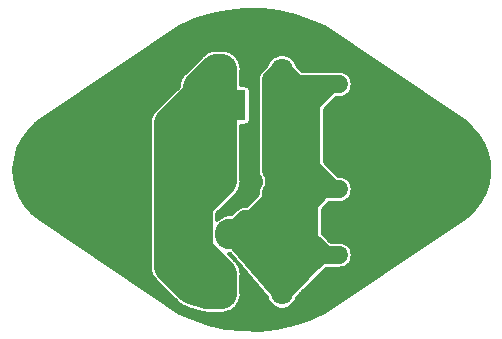
<source format=gbr>
G04 #@! TF.GenerationSoftware,KiCad,Pcbnew,(5.1.2)-1*
G04 #@! TF.CreationDate,2020-04-06T18:09:32-04:00*
G04 #@! TF.ProjectId,LM323K,4c4d3332-334b-42e6-9b69-6361645f7063,rev?*
G04 #@! TF.SameCoordinates,Original*
G04 #@! TF.FileFunction,Copper,L1,Top*
G04 #@! TF.FilePolarity,Positive*
%FSLAX46Y46*%
G04 Gerber Fmt 4.6, Leading zero omitted, Abs format (unit mm)*
G04 Created by KiCad (PCBNEW (5.1.2)-1) date 2020-04-06 18:09:32*
%MOMM*%
%LPD*%
G04 APERTURE LIST*
%ADD10C,0.100000*%
%ADD11C,1.150000*%
%ADD12R,2.600000X2.600000*%
%ADD13C,2.600000*%
%ADD14C,6.350000*%
%ADD15R,1.800000X1.800000*%
%ADD16C,1.800000*%
%ADD17C,3.000000*%
%ADD18C,0.800000*%
%ADD19C,1.500000*%
%ADD20C,2.500000*%
%ADD21C,0.234000*%
G04 APERTURE END LIST*
D10*
G36*
X103344505Y-49346204D02*
G01*
X103368773Y-49349804D01*
X103392572Y-49355765D01*
X103415671Y-49364030D01*
X103437850Y-49374520D01*
X103458893Y-49387132D01*
X103478599Y-49401747D01*
X103496777Y-49418223D01*
X103513253Y-49436401D01*
X103527868Y-49456107D01*
X103540480Y-49477150D01*
X103550970Y-49499329D01*
X103559235Y-49522428D01*
X103565196Y-49546227D01*
X103568796Y-49570495D01*
X103570000Y-49594999D01*
X103570000Y-50245001D01*
X103568796Y-50269505D01*
X103565196Y-50293773D01*
X103559235Y-50317572D01*
X103550970Y-50340671D01*
X103540480Y-50362850D01*
X103527868Y-50383893D01*
X103513253Y-50403599D01*
X103496777Y-50421777D01*
X103478599Y-50438253D01*
X103458893Y-50452868D01*
X103437850Y-50465480D01*
X103415671Y-50475970D01*
X103392572Y-50484235D01*
X103368773Y-50490196D01*
X103344505Y-50493796D01*
X103320001Y-50495000D01*
X102419999Y-50495000D01*
X102395495Y-50493796D01*
X102371227Y-50490196D01*
X102347428Y-50484235D01*
X102324329Y-50475970D01*
X102302150Y-50465480D01*
X102281107Y-50452868D01*
X102261401Y-50438253D01*
X102243223Y-50421777D01*
X102226747Y-50403599D01*
X102212132Y-50383893D01*
X102199520Y-50362850D01*
X102189030Y-50340671D01*
X102180765Y-50317572D01*
X102174804Y-50293773D01*
X102171204Y-50269505D01*
X102170000Y-50245001D01*
X102170000Y-49594999D01*
X102171204Y-49570495D01*
X102174804Y-49546227D01*
X102180765Y-49522428D01*
X102189030Y-49499329D01*
X102199520Y-49477150D01*
X102212132Y-49456107D01*
X102226747Y-49436401D01*
X102243223Y-49418223D01*
X102261401Y-49401747D01*
X102281107Y-49387132D01*
X102302150Y-49374520D01*
X102324329Y-49364030D01*
X102347428Y-49355765D01*
X102371227Y-49349804D01*
X102395495Y-49346204D01*
X102419999Y-49345000D01*
X103320001Y-49345000D01*
X103344505Y-49346204D01*
X103344505Y-49346204D01*
G37*
D11*
X102870000Y-49920000D03*
D10*
G36*
X103344505Y-47296204D02*
G01*
X103368773Y-47299804D01*
X103392572Y-47305765D01*
X103415671Y-47314030D01*
X103437850Y-47324520D01*
X103458893Y-47337132D01*
X103478599Y-47351747D01*
X103496777Y-47368223D01*
X103513253Y-47386401D01*
X103527868Y-47406107D01*
X103540480Y-47427150D01*
X103550970Y-47449329D01*
X103559235Y-47472428D01*
X103565196Y-47496227D01*
X103568796Y-47520495D01*
X103570000Y-47544999D01*
X103570000Y-48195001D01*
X103568796Y-48219505D01*
X103565196Y-48243773D01*
X103559235Y-48267572D01*
X103550970Y-48290671D01*
X103540480Y-48312850D01*
X103527868Y-48333893D01*
X103513253Y-48353599D01*
X103496777Y-48371777D01*
X103478599Y-48388253D01*
X103458893Y-48402868D01*
X103437850Y-48415480D01*
X103415671Y-48425970D01*
X103392572Y-48434235D01*
X103368773Y-48440196D01*
X103344505Y-48443796D01*
X103320001Y-48445000D01*
X102419999Y-48445000D01*
X102395495Y-48443796D01*
X102371227Y-48440196D01*
X102347428Y-48434235D01*
X102324329Y-48425970D01*
X102302150Y-48415480D01*
X102281107Y-48402868D01*
X102261401Y-48388253D01*
X102243223Y-48371777D01*
X102226747Y-48353599D01*
X102212132Y-48333893D01*
X102199520Y-48312850D01*
X102189030Y-48290671D01*
X102180765Y-48267572D01*
X102174804Y-48243773D01*
X102171204Y-48219505D01*
X102170000Y-48195001D01*
X102170000Y-47544999D01*
X102171204Y-47520495D01*
X102174804Y-47496227D01*
X102180765Y-47472428D01*
X102189030Y-47449329D01*
X102199520Y-47427150D01*
X102212132Y-47406107D01*
X102226747Y-47386401D01*
X102243223Y-47368223D01*
X102261401Y-47351747D01*
X102281107Y-47337132D01*
X102302150Y-47324520D01*
X102324329Y-47314030D01*
X102347428Y-47305765D01*
X102371227Y-47299804D01*
X102395495Y-47296204D01*
X102419999Y-47295000D01*
X103320001Y-47295000D01*
X103344505Y-47296204D01*
X103344505Y-47296204D01*
G37*
D11*
X102870000Y-47870000D03*
D10*
G36*
X103344505Y-56186204D02*
G01*
X103368773Y-56189804D01*
X103392572Y-56195765D01*
X103415671Y-56204030D01*
X103437850Y-56214520D01*
X103458893Y-56227132D01*
X103478599Y-56241747D01*
X103496777Y-56258223D01*
X103513253Y-56276401D01*
X103527868Y-56296107D01*
X103540480Y-56317150D01*
X103550970Y-56339329D01*
X103559235Y-56362428D01*
X103565196Y-56386227D01*
X103568796Y-56410495D01*
X103570000Y-56434999D01*
X103570000Y-57085001D01*
X103568796Y-57109505D01*
X103565196Y-57133773D01*
X103559235Y-57157572D01*
X103550970Y-57180671D01*
X103540480Y-57202850D01*
X103527868Y-57223893D01*
X103513253Y-57243599D01*
X103496777Y-57261777D01*
X103478599Y-57278253D01*
X103458893Y-57292868D01*
X103437850Y-57305480D01*
X103415671Y-57315970D01*
X103392572Y-57324235D01*
X103368773Y-57330196D01*
X103344505Y-57333796D01*
X103320001Y-57335000D01*
X102419999Y-57335000D01*
X102395495Y-57333796D01*
X102371227Y-57330196D01*
X102347428Y-57324235D01*
X102324329Y-57315970D01*
X102302150Y-57305480D01*
X102281107Y-57292868D01*
X102261401Y-57278253D01*
X102243223Y-57261777D01*
X102226747Y-57243599D01*
X102212132Y-57223893D01*
X102199520Y-57202850D01*
X102189030Y-57180671D01*
X102180765Y-57157572D01*
X102174804Y-57133773D01*
X102171204Y-57109505D01*
X102170000Y-57085001D01*
X102170000Y-56434999D01*
X102171204Y-56410495D01*
X102174804Y-56386227D01*
X102180765Y-56362428D01*
X102189030Y-56339329D01*
X102199520Y-56317150D01*
X102212132Y-56296107D01*
X102226747Y-56276401D01*
X102243223Y-56258223D01*
X102261401Y-56241747D01*
X102281107Y-56227132D01*
X102302150Y-56214520D01*
X102324329Y-56204030D01*
X102347428Y-56195765D01*
X102371227Y-56189804D01*
X102395495Y-56186204D01*
X102419999Y-56185000D01*
X103320001Y-56185000D01*
X103344505Y-56186204D01*
X103344505Y-56186204D01*
G37*
D11*
X102870000Y-56760000D03*
D10*
G36*
X103344505Y-58236204D02*
G01*
X103368773Y-58239804D01*
X103392572Y-58245765D01*
X103415671Y-58254030D01*
X103437850Y-58264520D01*
X103458893Y-58277132D01*
X103478599Y-58291747D01*
X103496777Y-58308223D01*
X103513253Y-58326401D01*
X103527868Y-58346107D01*
X103540480Y-58367150D01*
X103550970Y-58389329D01*
X103559235Y-58412428D01*
X103565196Y-58436227D01*
X103568796Y-58460495D01*
X103570000Y-58484999D01*
X103570000Y-59135001D01*
X103568796Y-59159505D01*
X103565196Y-59183773D01*
X103559235Y-59207572D01*
X103550970Y-59230671D01*
X103540480Y-59252850D01*
X103527868Y-59273893D01*
X103513253Y-59293599D01*
X103496777Y-59311777D01*
X103478599Y-59328253D01*
X103458893Y-59342868D01*
X103437850Y-59355480D01*
X103415671Y-59365970D01*
X103392572Y-59374235D01*
X103368773Y-59380196D01*
X103344505Y-59383796D01*
X103320001Y-59385000D01*
X102419999Y-59385000D01*
X102395495Y-59383796D01*
X102371227Y-59380196D01*
X102347428Y-59374235D01*
X102324329Y-59365970D01*
X102302150Y-59355480D01*
X102281107Y-59342868D01*
X102261401Y-59328253D01*
X102243223Y-59311777D01*
X102226747Y-59293599D01*
X102212132Y-59273893D01*
X102199520Y-59252850D01*
X102189030Y-59230671D01*
X102180765Y-59207572D01*
X102174804Y-59183773D01*
X102171204Y-59159505D01*
X102170000Y-59135001D01*
X102170000Y-58484999D01*
X102171204Y-58460495D01*
X102174804Y-58436227D01*
X102180765Y-58412428D01*
X102189030Y-58389329D01*
X102199520Y-58367150D01*
X102212132Y-58346107D01*
X102226747Y-58326401D01*
X102243223Y-58308223D01*
X102261401Y-58291747D01*
X102281107Y-58277132D01*
X102302150Y-58264520D01*
X102324329Y-58254030D01*
X102347428Y-58245765D01*
X102371227Y-58239804D01*
X102395495Y-58236204D01*
X102419999Y-58235000D01*
X103320001Y-58235000D01*
X103344505Y-58236204D01*
X103344505Y-58236204D01*
G37*
D11*
X102870000Y-58810000D03*
D10*
G36*
X103344505Y-63806204D02*
G01*
X103368773Y-63809804D01*
X103392572Y-63815765D01*
X103415671Y-63824030D01*
X103437850Y-63834520D01*
X103458893Y-63847132D01*
X103478599Y-63861747D01*
X103496777Y-63878223D01*
X103513253Y-63896401D01*
X103527868Y-63916107D01*
X103540480Y-63937150D01*
X103550970Y-63959329D01*
X103559235Y-63982428D01*
X103565196Y-64006227D01*
X103568796Y-64030495D01*
X103570000Y-64054999D01*
X103570000Y-64705001D01*
X103568796Y-64729505D01*
X103565196Y-64753773D01*
X103559235Y-64777572D01*
X103550970Y-64800671D01*
X103540480Y-64822850D01*
X103527868Y-64843893D01*
X103513253Y-64863599D01*
X103496777Y-64881777D01*
X103478599Y-64898253D01*
X103458893Y-64912868D01*
X103437850Y-64925480D01*
X103415671Y-64935970D01*
X103392572Y-64944235D01*
X103368773Y-64950196D01*
X103344505Y-64953796D01*
X103320001Y-64955000D01*
X102419999Y-64955000D01*
X102395495Y-64953796D01*
X102371227Y-64950196D01*
X102347428Y-64944235D01*
X102324329Y-64935970D01*
X102302150Y-64925480D01*
X102281107Y-64912868D01*
X102261401Y-64898253D01*
X102243223Y-64881777D01*
X102226747Y-64863599D01*
X102212132Y-64843893D01*
X102199520Y-64822850D01*
X102189030Y-64800671D01*
X102180765Y-64777572D01*
X102174804Y-64753773D01*
X102171204Y-64729505D01*
X102170000Y-64705001D01*
X102170000Y-64054999D01*
X102171204Y-64030495D01*
X102174804Y-64006227D01*
X102180765Y-63982428D01*
X102189030Y-63959329D01*
X102199520Y-63937150D01*
X102212132Y-63916107D01*
X102226747Y-63896401D01*
X102243223Y-63878223D01*
X102261401Y-63861747D01*
X102281107Y-63847132D01*
X102302150Y-63834520D01*
X102324329Y-63824030D01*
X102347428Y-63815765D01*
X102371227Y-63809804D01*
X102395495Y-63806204D01*
X102419999Y-63805000D01*
X103320001Y-63805000D01*
X103344505Y-63806204D01*
X103344505Y-63806204D01*
G37*
D11*
X102870000Y-64380000D03*
D10*
G36*
X103344505Y-65856204D02*
G01*
X103368773Y-65859804D01*
X103392572Y-65865765D01*
X103415671Y-65874030D01*
X103437850Y-65884520D01*
X103458893Y-65897132D01*
X103478599Y-65911747D01*
X103496777Y-65928223D01*
X103513253Y-65946401D01*
X103527868Y-65966107D01*
X103540480Y-65987150D01*
X103550970Y-66009329D01*
X103559235Y-66032428D01*
X103565196Y-66056227D01*
X103568796Y-66080495D01*
X103570000Y-66104999D01*
X103570000Y-66755001D01*
X103568796Y-66779505D01*
X103565196Y-66803773D01*
X103559235Y-66827572D01*
X103550970Y-66850671D01*
X103540480Y-66872850D01*
X103527868Y-66893893D01*
X103513253Y-66913599D01*
X103496777Y-66931777D01*
X103478599Y-66948253D01*
X103458893Y-66962868D01*
X103437850Y-66975480D01*
X103415671Y-66985970D01*
X103392572Y-66994235D01*
X103368773Y-67000196D01*
X103344505Y-67003796D01*
X103320001Y-67005000D01*
X102419999Y-67005000D01*
X102395495Y-67003796D01*
X102371227Y-67000196D01*
X102347428Y-66994235D01*
X102324329Y-66985970D01*
X102302150Y-66975480D01*
X102281107Y-66962868D01*
X102261401Y-66948253D01*
X102243223Y-66931777D01*
X102226747Y-66913599D01*
X102212132Y-66893893D01*
X102199520Y-66872850D01*
X102189030Y-66850671D01*
X102180765Y-66827572D01*
X102174804Y-66803773D01*
X102171204Y-66779505D01*
X102170000Y-66755001D01*
X102170000Y-66104999D01*
X102171204Y-66080495D01*
X102174804Y-66056227D01*
X102180765Y-66032428D01*
X102189030Y-66009329D01*
X102199520Y-65987150D01*
X102212132Y-65966107D01*
X102226747Y-65946401D01*
X102243223Y-65928223D01*
X102261401Y-65911747D01*
X102281107Y-65897132D01*
X102302150Y-65884520D01*
X102324329Y-65874030D01*
X102347428Y-65865765D01*
X102371227Y-65859804D01*
X102395495Y-65856204D01*
X102419999Y-65855000D01*
X103320001Y-65855000D01*
X103344505Y-65856204D01*
X103344505Y-65856204D01*
G37*
D11*
X102870000Y-66430000D03*
D12*
X93678330Y-51708226D03*
D13*
X93678330Y-62628226D03*
D14*
X80378330Y-57158226D03*
X110578330Y-57158226D03*
D15*
X92964000Y-48641000D03*
D16*
X95504000Y-48641000D03*
X98044000Y-48641000D03*
X98044000Y-58166000D03*
X95504000Y-58166000D03*
D15*
X92964000Y-58166000D03*
D16*
X98044000Y-67691000D03*
X95504000Y-67691000D03*
D15*
X92964000Y-67691000D03*
D17*
X106680000Y-50165000D03*
X106680000Y-64135000D03*
D18*
X102895400Y-66802000D03*
X102870000Y-56489600D03*
X102816727Y-47952707D03*
D19*
X100575000Y-57540000D02*
X100575000Y-51698000D01*
X101981000Y-50165000D02*
X100838000Y-51308000D01*
X101473000Y-58928000D02*
X100330000Y-60071000D01*
X94567330Y-61739226D02*
X98933000Y-66802000D01*
X93678330Y-62628226D02*
X98044000Y-67691000D01*
X100330000Y-58928000D02*
X100330000Y-63928000D01*
X98044000Y-48641000D02*
X98044000Y-62103000D01*
X97409000Y-50165000D02*
X97409000Y-63627000D01*
X98044000Y-48641000D02*
X99323000Y-49920000D01*
X98044000Y-58166000D02*
X98688000Y-58810000D01*
X101355000Y-64380000D02*
X102870000Y-64380000D01*
X93678330Y-62628226D02*
X96121774Y-62628226D01*
X101355000Y-64380000D02*
X101355000Y-64017000D01*
X99305000Y-58810000D02*
X98044000Y-60071000D01*
X99704000Y-58810000D02*
X99305000Y-58810000D01*
X98044000Y-60071000D02*
X98044000Y-58166000D01*
X98044000Y-60706000D02*
X98044000Y-60071000D01*
X98688000Y-58810000D02*
X99704000Y-58810000D01*
X98933000Y-59182000D02*
X99305000Y-58810000D01*
X98933000Y-61595000D02*
X98044000Y-60706000D01*
X98933000Y-59581000D02*
X99704000Y-58810000D01*
X98933000Y-60325000D02*
X98933000Y-59581000D01*
X98933000Y-60325000D02*
X98933000Y-59182000D01*
X98933000Y-61595000D02*
X98933000Y-60325000D01*
X98806000Y-61722000D02*
X98933000Y-61595000D01*
X97028000Y-61722000D02*
X98806000Y-61722000D01*
X97028000Y-61722000D02*
X98044000Y-60706000D01*
X96121774Y-62628226D02*
X97028000Y-61722000D01*
X100457000Y-63246000D02*
X100520500Y-63182500D01*
X100520500Y-63182500D02*
X98933000Y-61595000D01*
X101355000Y-64017000D02*
X100520500Y-63182500D01*
X100457000Y-65278000D02*
X101355000Y-64380000D01*
X98044000Y-67691000D02*
X100457000Y-65278000D01*
X94978329Y-61328227D02*
X95516773Y-61328227D01*
X93678330Y-62628226D02*
X94978329Y-61328227D01*
X95516773Y-61328227D02*
X97282000Y-59563000D01*
X97144001Y-59065999D02*
X98044000Y-58166000D01*
X97144001Y-59425001D02*
X97144001Y-59065999D01*
X97282000Y-59563000D02*
X97144001Y-59425001D01*
X96121774Y-62628226D02*
X98696226Y-62628226D01*
X100457000Y-65278000D02*
X100457000Y-64389000D01*
X100457000Y-64389000D02*
X100457000Y-63246000D01*
X99187000Y-65275208D02*
X99187000Y-63119000D01*
X98044000Y-66418208D02*
X99187000Y-65275208D01*
X98044000Y-67691000D02*
X98044000Y-66418208D01*
X98696226Y-62628226D02*
X99187000Y-63119000D01*
X99187000Y-63119000D02*
X100457000Y-64389000D01*
X96283226Y-62628226D02*
X98044000Y-64389000D01*
X96121774Y-62628226D02*
X96283226Y-62628226D01*
X98044000Y-67691000D02*
X98044000Y-64389000D01*
X98044000Y-64389000D02*
X98044000Y-58166000D01*
X99305000Y-49938000D02*
X99323000Y-49920000D01*
X102108000Y-58547000D02*
X100965000Y-57404000D01*
X100974000Y-58810000D02*
X100448000Y-58810000D01*
X99305000Y-58810000D02*
X99305000Y-57667000D01*
X100974000Y-58810000D02*
X102870000Y-58810000D01*
X99704000Y-58810000D02*
X100974000Y-58810000D01*
X99432000Y-51825000D02*
X101337000Y-49920000D01*
X99305000Y-51825000D02*
X99432000Y-51825000D01*
X101337000Y-49920000D02*
X102870000Y-49920000D01*
X99323000Y-49920000D02*
X101337000Y-49920000D01*
X99305000Y-51825000D02*
X99305000Y-49938000D01*
X99305000Y-57667000D02*
X99305000Y-51825000D01*
X97144001Y-57266001D02*
X97144001Y-56652999D01*
X98044000Y-58166000D02*
X97144001Y-57266001D01*
X97144001Y-56652999D02*
X97155000Y-56642000D01*
X97155000Y-56642000D02*
X97155000Y-50165000D01*
X97144001Y-49540999D02*
X98044000Y-48641000D01*
X97144001Y-50154001D02*
X97144001Y-49540999D01*
X97155000Y-50165000D02*
X97144001Y-50154001D01*
X96644208Y-46228000D02*
X100139166Y-46228000D01*
X95504000Y-48641000D02*
X95504000Y-47368208D01*
X95504000Y-47368208D02*
X96644208Y-46228000D01*
X100139166Y-46228000D02*
X102816727Y-47952707D01*
D20*
X88515329Y-58670329D02*
X88515329Y-53216671D01*
X90928329Y-55622329D02*
X90928329Y-50168671D01*
X90928329Y-60702329D02*
X90928329Y-55248671D01*
X92964000Y-52422556D02*
X93678330Y-51708226D01*
X92964000Y-58166000D02*
X92964000Y-52422556D01*
X92964000Y-50993896D02*
X92964000Y-48641000D01*
X93678330Y-51708226D02*
X92964000Y-50993896D01*
X92964000Y-48641000D02*
X92964000Y-58166000D01*
X90928329Y-60201671D02*
X92964000Y-58166000D01*
X92456000Y-48641000D02*
X90928329Y-50168671D01*
X92964000Y-48641000D02*
X92456000Y-48641000D01*
X90928329Y-50803671D02*
X88515329Y-53216671D01*
X90928329Y-50168671D02*
X90928329Y-50803671D01*
X92964000Y-65983898D02*
X90928329Y-63948227D01*
X92964000Y-67691000D02*
X92964000Y-65983898D01*
X90928329Y-63948227D02*
X90928329Y-62738000D01*
X90928329Y-62738000D02*
X90928329Y-62734329D01*
X90928329Y-62734329D02*
X90043000Y-61849000D01*
X90928329Y-60201671D02*
X90928329Y-62734329D01*
X90166329Y-60201671D02*
X90928329Y-60201671D01*
X88515329Y-58550671D02*
X90166329Y-60201671D01*
X90396624Y-67282624D02*
X88515329Y-65401329D01*
X92964000Y-67691000D02*
X91742960Y-67691000D01*
X91742960Y-67691000D02*
X90396624Y-67282624D01*
X88515329Y-62480329D02*
X88515329Y-63496329D01*
X88515329Y-62480329D02*
X88515329Y-58550671D01*
X88515329Y-65401329D02*
X88515329Y-62480329D01*
X88515329Y-63496329D02*
X90805000Y-65786000D01*
D21*
G36*
X96344888Y-43609217D02*
G01*
X97779757Y-43778017D01*
X99188553Y-44098332D01*
X100556751Y-44567024D01*
X101610974Y-45048785D01*
X113452748Y-53009642D01*
X114119007Y-53563021D01*
X114674142Y-54210987D01*
X115112165Y-54943224D01*
X115420550Y-55738789D01*
X115590483Y-56574951D01*
X115617103Y-57427780D01*
X115499648Y-58272912D01*
X115241479Y-59086163D01*
X114849977Y-59844288D01*
X114336333Y-60525615D01*
X113709472Y-61116086D01*
X113373313Y-61360212D01*
X101614411Y-69265357D01*
X100356939Y-69828101D01*
X98982961Y-70274785D01*
X97569298Y-70572934D01*
X96131958Y-70719174D01*
X94687222Y-70711849D01*
X93251433Y-70551040D01*
X91840870Y-70238571D01*
X90470088Y-69777504D01*
X89361711Y-69278439D01*
X77597662Y-61369836D01*
X76921697Y-60834308D01*
X76351730Y-60199342D01*
X75896903Y-59477428D01*
X75570209Y-58689196D01*
X75380997Y-57857193D01*
X75334673Y-57005203D01*
X75432563Y-56157589D01*
X75671867Y-55338586D01*
X76045744Y-54571607D01*
X76543502Y-53878593D01*
X77156546Y-53273793D01*
X77231496Y-53216671D01*
X86906584Y-53216671D01*
X86914330Y-53295316D01*
X86914329Y-58472035D01*
X86906584Y-58550671D01*
X86914329Y-58629306D01*
X86914329Y-58748974D01*
X86914330Y-58748983D01*
X86914329Y-62401683D01*
X86914329Y-63417694D01*
X86906584Y-63496329D01*
X86914329Y-63574964D01*
X86914329Y-63574975D01*
X86914330Y-63574981D01*
X86914329Y-65322693D01*
X86906584Y-65401329D01*
X86914329Y-65479964D01*
X86914329Y-65479974D01*
X86937495Y-65715179D01*
X87029041Y-66016968D01*
X87177706Y-66295099D01*
X87377774Y-66538884D01*
X87438865Y-66589020D01*
X89153065Y-68303221D01*
X89153069Y-68303227D01*
X89210356Y-68360512D01*
X89320157Y-68470313D01*
X89320179Y-68470331D01*
X89376073Y-68526223D01*
X89441773Y-68570120D01*
X89502853Y-68620247D01*
X89572572Y-68657513D01*
X89638296Y-68701426D01*
X89711287Y-68731658D01*
X89780982Y-68768911D01*
X89856639Y-68791861D01*
X89856651Y-68791866D01*
X89934742Y-68815553D01*
X90082773Y-68860457D01*
X90082786Y-68860458D01*
X91290014Y-69226640D01*
X91429109Y-69268834D01*
X91507782Y-69276583D01*
X91585309Y-69292002D01*
X91690432Y-69292000D01*
X92885354Y-69292000D01*
X92964000Y-69299746D01*
X93042645Y-69292000D01*
X93042646Y-69292000D01*
X93277851Y-69268834D01*
X93579640Y-69177288D01*
X93857771Y-69028623D01*
X93991032Y-68919259D01*
X93998972Y-68916850D01*
X94059949Y-68884258D01*
X94113395Y-68840395D01*
X94157258Y-68786949D01*
X94189850Y-68725972D01*
X94192259Y-68718032D01*
X94301623Y-68584771D01*
X94450288Y-68306640D01*
X94541834Y-68004851D01*
X94572746Y-67691000D01*
X94565000Y-67612354D01*
X94565000Y-66062544D01*
X94572746Y-65983898D01*
X94541834Y-65670047D01*
X94531481Y-65635917D01*
X94450288Y-65368258D01*
X94301623Y-65090127D01*
X94186717Y-64950113D01*
X94151689Y-64907431D01*
X94151686Y-64907428D01*
X94101555Y-64846343D01*
X94040469Y-64796211D01*
X93523484Y-64279226D01*
X93648191Y-64279226D01*
X96821953Y-67959771D01*
X96841075Y-68055903D01*
X96935378Y-68283571D01*
X97072285Y-68488466D01*
X97246534Y-68662715D01*
X97451429Y-68799622D01*
X97679097Y-68893925D01*
X97920787Y-68942000D01*
X98167213Y-68942000D01*
X98408903Y-68893925D01*
X98636571Y-68799622D01*
X98841466Y-68662715D01*
X99015715Y-68488466D01*
X99152622Y-68283571D01*
X99246925Y-68055903D01*
X99249602Y-68042447D01*
X99644419Y-67647630D01*
X99655479Y-67639843D01*
X99720983Y-67571065D01*
X101197282Y-66094767D01*
X101239291Y-66060291D01*
X101273771Y-66018277D01*
X101811049Y-65481000D01*
X102924085Y-65481000D01*
X103085834Y-65465069D01*
X103293373Y-65402113D01*
X103484642Y-65299877D01*
X103519505Y-65271266D01*
X103550643Y-65261820D01*
X103654842Y-65206125D01*
X103746172Y-65131172D01*
X103821125Y-65039842D01*
X103876820Y-64935643D01*
X103911117Y-64822581D01*
X103922698Y-64705001D01*
X103922698Y-64702547D01*
X103955069Y-64595834D01*
X103976327Y-64380000D01*
X103955069Y-64164166D01*
X103922698Y-64057453D01*
X103922698Y-64054999D01*
X103911117Y-63937419D01*
X103876820Y-63824357D01*
X103821125Y-63720158D01*
X103746172Y-63628828D01*
X103654842Y-63553875D01*
X103550643Y-63498180D01*
X103519505Y-63488734D01*
X103484642Y-63460123D01*
X103293373Y-63357887D01*
X103085834Y-63294931D01*
X102924085Y-63279000D01*
X102173640Y-63279000D01*
X102171768Y-63276719D01*
X102171766Y-63276717D01*
X102137291Y-63234709D01*
X102095282Y-63200233D01*
X101431000Y-62535952D01*
X101431000Y-60527048D01*
X102047049Y-59911000D01*
X102924085Y-59911000D01*
X103085834Y-59895069D01*
X103293373Y-59832113D01*
X103484642Y-59729877D01*
X103519505Y-59701266D01*
X103550643Y-59691820D01*
X103654842Y-59636125D01*
X103746172Y-59561172D01*
X103821125Y-59469842D01*
X103876820Y-59365643D01*
X103911117Y-59252581D01*
X103922698Y-59135001D01*
X103922698Y-59132547D01*
X103955069Y-59025834D01*
X103976327Y-58810000D01*
X103955069Y-58594166D01*
X103922698Y-58487453D01*
X103922698Y-58484999D01*
X103911117Y-58367419D01*
X103876820Y-58254357D01*
X103821125Y-58150158D01*
X103746172Y-58058828D01*
X103654842Y-57983875D01*
X103550643Y-57928180D01*
X103519505Y-57918734D01*
X103484642Y-57890123D01*
X103293373Y-57787887D01*
X103085834Y-57724931D01*
X102924085Y-57709000D01*
X102827049Y-57709000D01*
X101705280Y-56587232D01*
X101676000Y-56563203D01*
X101676000Y-52027048D01*
X102682049Y-51021000D01*
X102924085Y-51021000D01*
X103085834Y-51005069D01*
X103293373Y-50942113D01*
X103484642Y-50839877D01*
X103519505Y-50811266D01*
X103550643Y-50801820D01*
X103654842Y-50746125D01*
X103746172Y-50671172D01*
X103821125Y-50579842D01*
X103876820Y-50475643D01*
X103911117Y-50362581D01*
X103922698Y-50245001D01*
X103922698Y-50242547D01*
X103955069Y-50135834D01*
X103976327Y-49920000D01*
X103955069Y-49704166D01*
X103922698Y-49597453D01*
X103922698Y-49594999D01*
X103911117Y-49477419D01*
X103876820Y-49364357D01*
X103821125Y-49260158D01*
X103746172Y-49168828D01*
X103654842Y-49093875D01*
X103550643Y-49038180D01*
X103519505Y-49028734D01*
X103484642Y-49000123D01*
X103293373Y-48897887D01*
X103085834Y-48834931D01*
X102924085Y-48819000D01*
X101391075Y-48819000D01*
X101337000Y-48813674D01*
X101282925Y-48819000D01*
X99779049Y-48819000D01*
X99249602Y-48289553D01*
X99246925Y-48276097D01*
X99152622Y-48048429D01*
X99015715Y-47843534D01*
X98841466Y-47669285D01*
X98636571Y-47532378D01*
X98408903Y-47438075D01*
X98167213Y-47390000D01*
X97920787Y-47390000D01*
X97679097Y-47438075D01*
X97451429Y-47532378D01*
X97246534Y-47669285D01*
X97072285Y-47843534D01*
X96935378Y-48048429D01*
X96841075Y-48276097D01*
X96838398Y-48289553D01*
X96403719Y-48724233D01*
X96361711Y-48758708D01*
X96327236Y-48800716D01*
X96327233Y-48800719D01*
X96224124Y-48926358D01*
X96142037Y-49079932D01*
X96121889Y-49117626D01*
X96058932Y-49325165D01*
X96043001Y-49486914D01*
X96043001Y-49486924D01*
X96037675Y-49540999D01*
X96043001Y-49595074D01*
X96043001Y-50099926D01*
X96037675Y-50154001D01*
X96043001Y-50208076D01*
X96043001Y-50208085D01*
X96054001Y-50319769D01*
X96054000Y-56487240D01*
X96043001Y-56598914D01*
X96043001Y-56598924D01*
X96037675Y-56652999D01*
X96043001Y-56707074D01*
X96043001Y-57211926D01*
X96037675Y-57266001D01*
X96043001Y-57320076D01*
X96043001Y-57320085D01*
X96058932Y-57481834D01*
X96121888Y-57689373D01*
X96224124Y-57880643D01*
X96308001Y-57982847D01*
X96308001Y-58349154D01*
X96224124Y-58451358D01*
X96202313Y-58492163D01*
X96121888Y-58642626D01*
X96058932Y-58850165D01*
X96043001Y-59011914D01*
X96043001Y-59011924D01*
X96037675Y-59065999D01*
X96043001Y-59120074D01*
X96043001Y-59244950D01*
X95060725Y-60227227D01*
X95032403Y-60227227D01*
X94978328Y-60221901D01*
X94924253Y-60227227D01*
X94924244Y-60227227D01*
X94762495Y-60243158D01*
X94554956Y-60306114D01*
X94475338Y-60348671D01*
X94363686Y-60408350D01*
X94238148Y-60511377D01*
X94196038Y-60545936D01*
X94161562Y-60587945D01*
X93855913Y-60893594D01*
X93844851Y-60901382D01*
X93779341Y-60970166D01*
X93772281Y-60977226D01*
X93515721Y-60977226D01*
X93196751Y-61040673D01*
X92896288Y-61165129D01*
X92625879Y-61345811D01*
X92529329Y-61442361D01*
X92529329Y-60864826D01*
X94006134Y-59388022D01*
X94059949Y-59359258D01*
X94113395Y-59315395D01*
X94157258Y-59261949D01*
X94189850Y-59200972D01*
X94192258Y-59193033D01*
X94301623Y-59059771D01*
X94333828Y-58999520D01*
X94450288Y-58781640D01*
X94541834Y-58479851D01*
X94565000Y-58244646D01*
X94565000Y-58244645D01*
X94572746Y-58166000D01*
X94565000Y-58087354D01*
X94565000Y-53360924D01*
X94978330Y-53360924D01*
X95047138Y-53354147D01*
X95113302Y-53334076D01*
X95174279Y-53301484D01*
X95227725Y-53257621D01*
X95271588Y-53204175D01*
X95304180Y-53143198D01*
X95324251Y-53077034D01*
X95331028Y-53008226D01*
X95331028Y-50408226D01*
X95324251Y-50339418D01*
X95304180Y-50273254D01*
X95271588Y-50212277D01*
X95227725Y-50158831D01*
X95174279Y-50114968D01*
X95113302Y-50082376D01*
X95047138Y-50062305D01*
X94978330Y-50055528D01*
X94565000Y-50055528D01*
X94565000Y-48719646D01*
X94572746Y-48641000D01*
X94541834Y-48327149D01*
X94450288Y-48025360D01*
X94301623Y-47747229D01*
X94192259Y-47613968D01*
X94189850Y-47606028D01*
X94157258Y-47545051D01*
X94113395Y-47491605D01*
X94059949Y-47447742D01*
X93998972Y-47415150D01*
X93991032Y-47412741D01*
X93857771Y-47303377D01*
X93579640Y-47154712D01*
X93277851Y-47063166D01*
X93042646Y-47040000D01*
X92964000Y-47032254D01*
X92885354Y-47040000D01*
X92534634Y-47040000D01*
X92455999Y-47032255D01*
X92377364Y-47040000D01*
X92377354Y-47040000D01*
X92142149Y-47063166D01*
X91840360Y-47154712D01*
X91840358Y-47154713D01*
X91562229Y-47303377D01*
X91379533Y-47453311D01*
X91379530Y-47453314D01*
X91318445Y-47503445D01*
X91268313Y-47564531D01*
X89851865Y-48980980D01*
X89790774Y-49031116D01*
X89630971Y-49225838D01*
X89590706Y-49274901D01*
X89564805Y-49323359D01*
X89442041Y-49553032D01*
X89350495Y-49854821D01*
X89327329Y-50090026D01*
X89327329Y-50090036D01*
X89321814Y-50146030D01*
X87438860Y-52028985D01*
X87377775Y-52079116D01*
X87327644Y-52140201D01*
X87327640Y-52140205D01*
X87177706Y-52322901D01*
X87029042Y-52601030D01*
X87011325Y-52659437D01*
X86937496Y-52902820D01*
X86919450Y-53086043D01*
X86906584Y-53216671D01*
X77231496Y-53216671D01*
X77497378Y-53014034D01*
X89360475Y-45038844D01*
X90670331Y-44461388D01*
X92046776Y-44022359D01*
X93462075Y-43732084D01*
X94900205Y-43593849D01*
X96344888Y-43609217D01*
X96344888Y-43609217D01*
G37*
X96344888Y-43609217D02*
X97779757Y-43778017D01*
X99188553Y-44098332D01*
X100556751Y-44567024D01*
X101610974Y-45048785D01*
X113452748Y-53009642D01*
X114119007Y-53563021D01*
X114674142Y-54210987D01*
X115112165Y-54943224D01*
X115420550Y-55738789D01*
X115590483Y-56574951D01*
X115617103Y-57427780D01*
X115499648Y-58272912D01*
X115241479Y-59086163D01*
X114849977Y-59844288D01*
X114336333Y-60525615D01*
X113709472Y-61116086D01*
X113373313Y-61360212D01*
X101614411Y-69265357D01*
X100356939Y-69828101D01*
X98982961Y-70274785D01*
X97569298Y-70572934D01*
X96131958Y-70719174D01*
X94687222Y-70711849D01*
X93251433Y-70551040D01*
X91840870Y-70238571D01*
X90470088Y-69777504D01*
X89361711Y-69278439D01*
X77597662Y-61369836D01*
X76921697Y-60834308D01*
X76351730Y-60199342D01*
X75896903Y-59477428D01*
X75570209Y-58689196D01*
X75380997Y-57857193D01*
X75334673Y-57005203D01*
X75432563Y-56157589D01*
X75671867Y-55338586D01*
X76045744Y-54571607D01*
X76543502Y-53878593D01*
X77156546Y-53273793D01*
X77231496Y-53216671D01*
X86906584Y-53216671D01*
X86914330Y-53295316D01*
X86914329Y-58472035D01*
X86906584Y-58550671D01*
X86914329Y-58629306D01*
X86914329Y-58748974D01*
X86914330Y-58748983D01*
X86914329Y-62401683D01*
X86914329Y-63417694D01*
X86906584Y-63496329D01*
X86914329Y-63574964D01*
X86914329Y-63574975D01*
X86914330Y-63574981D01*
X86914329Y-65322693D01*
X86906584Y-65401329D01*
X86914329Y-65479964D01*
X86914329Y-65479974D01*
X86937495Y-65715179D01*
X87029041Y-66016968D01*
X87177706Y-66295099D01*
X87377774Y-66538884D01*
X87438865Y-66589020D01*
X89153065Y-68303221D01*
X89153069Y-68303227D01*
X89210356Y-68360512D01*
X89320157Y-68470313D01*
X89320179Y-68470331D01*
X89376073Y-68526223D01*
X89441773Y-68570120D01*
X89502853Y-68620247D01*
X89572572Y-68657513D01*
X89638296Y-68701426D01*
X89711287Y-68731658D01*
X89780982Y-68768911D01*
X89856639Y-68791861D01*
X89856651Y-68791866D01*
X89934742Y-68815553D01*
X90082773Y-68860457D01*
X90082786Y-68860458D01*
X91290014Y-69226640D01*
X91429109Y-69268834D01*
X91507782Y-69276583D01*
X91585309Y-69292002D01*
X91690432Y-69292000D01*
X92885354Y-69292000D01*
X92964000Y-69299746D01*
X93042645Y-69292000D01*
X93042646Y-69292000D01*
X93277851Y-69268834D01*
X93579640Y-69177288D01*
X93857771Y-69028623D01*
X93991032Y-68919259D01*
X93998972Y-68916850D01*
X94059949Y-68884258D01*
X94113395Y-68840395D01*
X94157258Y-68786949D01*
X94189850Y-68725972D01*
X94192259Y-68718032D01*
X94301623Y-68584771D01*
X94450288Y-68306640D01*
X94541834Y-68004851D01*
X94572746Y-67691000D01*
X94565000Y-67612354D01*
X94565000Y-66062544D01*
X94572746Y-65983898D01*
X94541834Y-65670047D01*
X94531481Y-65635917D01*
X94450288Y-65368258D01*
X94301623Y-65090127D01*
X94186717Y-64950113D01*
X94151689Y-64907431D01*
X94151686Y-64907428D01*
X94101555Y-64846343D01*
X94040469Y-64796211D01*
X93523484Y-64279226D01*
X93648191Y-64279226D01*
X96821953Y-67959771D01*
X96841075Y-68055903D01*
X96935378Y-68283571D01*
X97072285Y-68488466D01*
X97246534Y-68662715D01*
X97451429Y-68799622D01*
X97679097Y-68893925D01*
X97920787Y-68942000D01*
X98167213Y-68942000D01*
X98408903Y-68893925D01*
X98636571Y-68799622D01*
X98841466Y-68662715D01*
X99015715Y-68488466D01*
X99152622Y-68283571D01*
X99246925Y-68055903D01*
X99249602Y-68042447D01*
X99644419Y-67647630D01*
X99655479Y-67639843D01*
X99720983Y-67571065D01*
X101197282Y-66094767D01*
X101239291Y-66060291D01*
X101273771Y-66018277D01*
X101811049Y-65481000D01*
X102924085Y-65481000D01*
X103085834Y-65465069D01*
X103293373Y-65402113D01*
X103484642Y-65299877D01*
X103519505Y-65271266D01*
X103550643Y-65261820D01*
X103654842Y-65206125D01*
X103746172Y-65131172D01*
X103821125Y-65039842D01*
X103876820Y-64935643D01*
X103911117Y-64822581D01*
X103922698Y-64705001D01*
X103922698Y-64702547D01*
X103955069Y-64595834D01*
X103976327Y-64380000D01*
X103955069Y-64164166D01*
X103922698Y-64057453D01*
X103922698Y-64054999D01*
X103911117Y-63937419D01*
X103876820Y-63824357D01*
X103821125Y-63720158D01*
X103746172Y-63628828D01*
X103654842Y-63553875D01*
X103550643Y-63498180D01*
X103519505Y-63488734D01*
X103484642Y-63460123D01*
X103293373Y-63357887D01*
X103085834Y-63294931D01*
X102924085Y-63279000D01*
X102173640Y-63279000D01*
X102171768Y-63276719D01*
X102171766Y-63276717D01*
X102137291Y-63234709D01*
X102095282Y-63200233D01*
X101431000Y-62535952D01*
X101431000Y-60527048D01*
X102047049Y-59911000D01*
X102924085Y-59911000D01*
X103085834Y-59895069D01*
X103293373Y-59832113D01*
X103484642Y-59729877D01*
X103519505Y-59701266D01*
X103550643Y-59691820D01*
X103654842Y-59636125D01*
X103746172Y-59561172D01*
X103821125Y-59469842D01*
X103876820Y-59365643D01*
X103911117Y-59252581D01*
X103922698Y-59135001D01*
X103922698Y-59132547D01*
X103955069Y-59025834D01*
X103976327Y-58810000D01*
X103955069Y-58594166D01*
X103922698Y-58487453D01*
X103922698Y-58484999D01*
X103911117Y-58367419D01*
X103876820Y-58254357D01*
X103821125Y-58150158D01*
X103746172Y-58058828D01*
X103654842Y-57983875D01*
X103550643Y-57928180D01*
X103519505Y-57918734D01*
X103484642Y-57890123D01*
X103293373Y-57787887D01*
X103085834Y-57724931D01*
X102924085Y-57709000D01*
X102827049Y-57709000D01*
X101705280Y-56587232D01*
X101676000Y-56563203D01*
X101676000Y-52027048D01*
X102682049Y-51021000D01*
X102924085Y-51021000D01*
X103085834Y-51005069D01*
X103293373Y-50942113D01*
X103484642Y-50839877D01*
X103519505Y-50811266D01*
X103550643Y-50801820D01*
X103654842Y-50746125D01*
X103746172Y-50671172D01*
X103821125Y-50579842D01*
X103876820Y-50475643D01*
X103911117Y-50362581D01*
X103922698Y-50245001D01*
X103922698Y-50242547D01*
X103955069Y-50135834D01*
X103976327Y-49920000D01*
X103955069Y-49704166D01*
X103922698Y-49597453D01*
X103922698Y-49594999D01*
X103911117Y-49477419D01*
X103876820Y-49364357D01*
X103821125Y-49260158D01*
X103746172Y-49168828D01*
X103654842Y-49093875D01*
X103550643Y-49038180D01*
X103519505Y-49028734D01*
X103484642Y-49000123D01*
X103293373Y-48897887D01*
X103085834Y-48834931D01*
X102924085Y-48819000D01*
X101391075Y-48819000D01*
X101337000Y-48813674D01*
X101282925Y-48819000D01*
X99779049Y-48819000D01*
X99249602Y-48289553D01*
X99246925Y-48276097D01*
X99152622Y-48048429D01*
X99015715Y-47843534D01*
X98841466Y-47669285D01*
X98636571Y-47532378D01*
X98408903Y-47438075D01*
X98167213Y-47390000D01*
X97920787Y-47390000D01*
X97679097Y-47438075D01*
X97451429Y-47532378D01*
X97246534Y-47669285D01*
X97072285Y-47843534D01*
X96935378Y-48048429D01*
X96841075Y-48276097D01*
X96838398Y-48289553D01*
X96403719Y-48724233D01*
X96361711Y-48758708D01*
X96327236Y-48800716D01*
X96327233Y-48800719D01*
X96224124Y-48926358D01*
X96142037Y-49079932D01*
X96121889Y-49117626D01*
X96058932Y-49325165D01*
X96043001Y-49486914D01*
X96043001Y-49486924D01*
X96037675Y-49540999D01*
X96043001Y-49595074D01*
X96043001Y-50099926D01*
X96037675Y-50154001D01*
X96043001Y-50208076D01*
X96043001Y-50208085D01*
X96054001Y-50319769D01*
X96054000Y-56487240D01*
X96043001Y-56598914D01*
X96043001Y-56598924D01*
X96037675Y-56652999D01*
X96043001Y-56707074D01*
X96043001Y-57211926D01*
X96037675Y-57266001D01*
X96043001Y-57320076D01*
X96043001Y-57320085D01*
X96058932Y-57481834D01*
X96121888Y-57689373D01*
X96224124Y-57880643D01*
X96308001Y-57982847D01*
X96308001Y-58349154D01*
X96224124Y-58451358D01*
X96202313Y-58492163D01*
X96121888Y-58642626D01*
X96058932Y-58850165D01*
X96043001Y-59011914D01*
X96043001Y-59011924D01*
X96037675Y-59065999D01*
X96043001Y-59120074D01*
X96043001Y-59244950D01*
X95060725Y-60227227D01*
X95032403Y-60227227D01*
X94978328Y-60221901D01*
X94924253Y-60227227D01*
X94924244Y-60227227D01*
X94762495Y-60243158D01*
X94554956Y-60306114D01*
X94475338Y-60348671D01*
X94363686Y-60408350D01*
X94238148Y-60511377D01*
X94196038Y-60545936D01*
X94161562Y-60587945D01*
X93855913Y-60893594D01*
X93844851Y-60901382D01*
X93779341Y-60970166D01*
X93772281Y-60977226D01*
X93515721Y-60977226D01*
X93196751Y-61040673D01*
X92896288Y-61165129D01*
X92625879Y-61345811D01*
X92529329Y-61442361D01*
X92529329Y-60864826D01*
X94006134Y-59388022D01*
X94059949Y-59359258D01*
X94113395Y-59315395D01*
X94157258Y-59261949D01*
X94189850Y-59200972D01*
X94192258Y-59193033D01*
X94301623Y-59059771D01*
X94333828Y-58999520D01*
X94450288Y-58781640D01*
X94541834Y-58479851D01*
X94565000Y-58244646D01*
X94565000Y-58244645D01*
X94572746Y-58166000D01*
X94565000Y-58087354D01*
X94565000Y-53360924D01*
X94978330Y-53360924D01*
X95047138Y-53354147D01*
X95113302Y-53334076D01*
X95174279Y-53301484D01*
X95227725Y-53257621D01*
X95271588Y-53204175D01*
X95304180Y-53143198D01*
X95324251Y-53077034D01*
X95331028Y-53008226D01*
X95331028Y-50408226D01*
X95324251Y-50339418D01*
X95304180Y-50273254D01*
X95271588Y-50212277D01*
X95227725Y-50158831D01*
X95174279Y-50114968D01*
X95113302Y-50082376D01*
X95047138Y-50062305D01*
X94978330Y-50055528D01*
X94565000Y-50055528D01*
X94565000Y-48719646D01*
X94572746Y-48641000D01*
X94541834Y-48327149D01*
X94450288Y-48025360D01*
X94301623Y-47747229D01*
X94192259Y-47613968D01*
X94189850Y-47606028D01*
X94157258Y-47545051D01*
X94113395Y-47491605D01*
X94059949Y-47447742D01*
X93998972Y-47415150D01*
X93991032Y-47412741D01*
X93857771Y-47303377D01*
X93579640Y-47154712D01*
X93277851Y-47063166D01*
X93042646Y-47040000D01*
X92964000Y-47032254D01*
X92885354Y-47040000D01*
X92534634Y-47040000D01*
X92455999Y-47032255D01*
X92377364Y-47040000D01*
X92377354Y-47040000D01*
X92142149Y-47063166D01*
X91840360Y-47154712D01*
X91840358Y-47154713D01*
X91562229Y-47303377D01*
X91379533Y-47453311D01*
X91379530Y-47453314D01*
X91318445Y-47503445D01*
X91268313Y-47564531D01*
X89851865Y-48980980D01*
X89790774Y-49031116D01*
X89630971Y-49225838D01*
X89590706Y-49274901D01*
X89564805Y-49323359D01*
X89442041Y-49553032D01*
X89350495Y-49854821D01*
X89327329Y-50090026D01*
X89327329Y-50090036D01*
X89321814Y-50146030D01*
X87438860Y-52028985D01*
X87377775Y-52079116D01*
X87327644Y-52140201D01*
X87327640Y-52140205D01*
X87177706Y-52322901D01*
X87029042Y-52601030D01*
X87011325Y-52659437D01*
X86937496Y-52902820D01*
X86919450Y-53086043D01*
X86906584Y-53216671D01*
X77231496Y-53216671D01*
X77497378Y-53014034D01*
X89360475Y-45038844D01*
X90670331Y-44461388D01*
X92046776Y-44022359D01*
X93462075Y-43732084D01*
X94900205Y-43593849D01*
X96344888Y-43609217D01*
M02*

</source>
